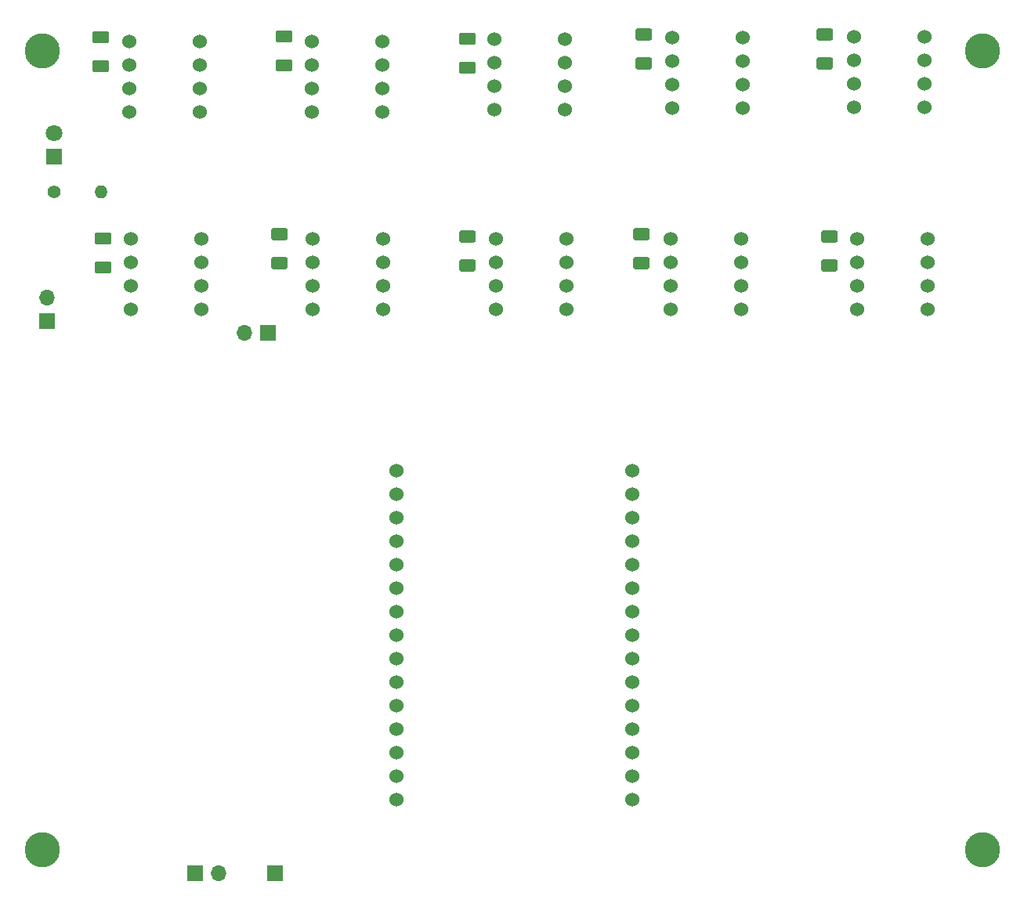
<source format=gbr>
%TF.GenerationSoftware,KiCad,Pcbnew,(5.1.10-1-10_14)*%
%TF.CreationDate,2022-02-04T13:42:09-08:00*%
%TF.ProjectId,Senser_Splitter,53656e73-6572-45f5-9370-6c6974746572,rev?*%
%TF.SameCoordinates,Original*%
%TF.FileFunction,Soldermask,Top*%
%TF.FilePolarity,Negative*%
%FSLAX46Y46*%
G04 Gerber Fmt 4.6, Leading zero omitted, Abs format (unit mm)*
G04 Created by KiCad (PCBNEW (5.1.10-1-10_14)) date 2022-02-04 13:42:09*
%MOMM*%
%LPD*%
G01*
G04 APERTURE LIST*
%ADD10O,1.400000X1.400000*%
%ADD11C,1.400000*%
%ADD12C,1.800000*%
%ADD13R,1.800000X1.800000*%
%ADD14C,3.800000*%
%ADD15C,2.600000*%
%ADD16C,1.524000*%
%ADD17R,1.700000X1.700000*%
%ADD18O,1.700000X1.700000*%
G04 APERTURE END LIST*
D10*
%TO.C,R101*%
X92710000Y-69850000D03*
D11*
X87630000Y-69850000D03*
%TD*%
D12*
%TO.C,D101*%
X87630000Y-63500000D03*
D13*
X87630000Y-66040000D03*
%TD*%
D14*
%TO.C,H104*%
X86360000Y-140970000D03*
D15*
X86360000Y-140970000D03*
%TD*%
D14*
%TO.C,H103*%
X86360000Y-54610000D03*
D15*
X86360000Y-54610000D03*
%TD*%
D14*
%TO.C,H102*%
X187960000Y-140970000D03*
D15*
X187960000Y-140970000D03*
%TD*%
D14*
%TO.C,H101*%
X187960000Y-54610000D03*
D15*
X187960000Y-54610000D03*
%TD*%
D16*
%TO.C,U101*%
X124690000Y-99945000D03*
X124690000Y-102485000D03*
X124690000Y-105025000D03*
X124690000Y-107565000D03*
X124690000Y-110105000D03*
X124690000Y-112645000D03*
X124690000Y-115185000D03*
X124690000Y-117725000D03*
X124690000Y-120265000D03*
X124690000Y-122805000D03*
X124690000Y-125345000D03*
X124690000Y-127885000D03*
X124690000Y-130425000D03*
X124690000Y-132965000D03*
X124690000Y-135505000D03*
X150190000Y-99945000D03*
X150190000Y-102485000D03*
X150190000Y-105025000D03*
X150190000Y-107565000D03*
X150190000Y-110105000D03*
X150190000Y-112645000D03*
X150190000Y-115185000D03*
X150190000Y-117725000D03*
X150190000Y-120265000D03*
X150190000Y-122805000D03*
X150190000Y-125345000D03*
X150190000Y-127885000D03*
X150190000Y-130425000D03*
X150190000Y-132965000D03*
X150190000Y-135505000D03*
%TD*%
%TO.C,J114*%
X174117000Y-60706000D03*
X174117000Y-58166000D03*
X174117000Y-55626000D03*
X174117000Y-53086000D03*
X181737000Y-53086000D03*
X181737000Y-55626000D03*
X181737000Y-58166000D03*
X181737000Y-60706000D03*
%TD*%
%TO.C,J113*%
X95758000Y-61214000D03*
X95758000Y-58674000D03*
X95758000Y-56134000D03*
X95758000Y-53594000D03*
X103378000Y-53594000D03*
X103378000Y-56134000D03*
X103378000Y-58674000D03*
X103378000Y-61214000D03*
%TD*%
%TO.C,J112*%
X174415999Y-82528999D03*
X174415999Y-79988999D03*
X174415999Y-77448999D03*
X174415999Y-74908999D03*
X182035999Y-74908999D03*
X182035999Y-77448999D03*
X182035999Y-79988999D03*
X182035999Y-82528999D03*
%TD*%
%TO.C,J111*%
X115640999Y-82502999D03*
X115640999Y-79962999D03*
X115640999Y-77422999D03*
X115640999Y-74882999D03*
X123260999Y-74882999D03*
X123260999Y-77422999D03*
X123260999Y-79962999D03*
X123260999Y-82502999D03*
%TD*%
D17*
%TO.C,J110*%
X111506000Y-143510000D03*
%TD*%
D16*
%TO.C,J109*%
X154432000Y-60759999D03*
X154432000Y-58219999D03*
X154432000Y-55679999D03*
X154432000Y-53139999D03*
X162052000Y-53139999D03*
X162052000Y-55679999D03*
X162052000Y-58219999D03*
X162052000Y-60759999D03*
%TD*%
%TO.C,J108*%
X115539999Y-61166999D03*
X115539999Y-58626999D03*
X115539999Y-56086999D03*
X115539999Y-53546999D03*
X123159999Y-53546999D03*
X123159999Y-56086999D03*
X123159999Y-58626999D03*
X123159999Y-61166999D03*
%TD*%
D18*
%TO.C,J107*%
X105410000Y-143510000D03*
D17*
X102870000Y-143510000D03*
%TD*%
D16*
%TO.C,J106*%
X154305000Y-82502999D03*
X154305000Y-79962999D03*
X154305000Y-77422999D03*
X154305000Y-74882999D03*
X161925000Y-74882999D03*
X161925000Y-77422999D03*
X161925000Y-79962999D03*
X161925000Y-82502999D03*
%TD*%
%TO.C,J105*%
X135452999Y-82528999D03*
X135452999Y-79988999D03*
X135452999Y-77448999D03*
X135452999Y-74908999D03*
X143072999Y-74908999D03*
X143072999Y-77448999D03*
X143072999Y-79988999D03*
X143072999Y-82528999D03*
%TD*%
D18*
%TO.C,J104*%
X86868000Y-81280000D03*
D17*
X86868000Y-83820000D03*
%TD*%
D18*
%TO.C,J103*%
X108204000Y-85090000D03*
D17*
X110744000Y-85090000D03*
%TD*%
D16*
%TO.C,J102*%
X95981999Y-82528999D03*
X95981999Y-79988999D03*
X95981999Y-77448999D03*
X95981999Y-74908999D03*
X103601999Y-74908999D03*
X103601999Y-77448999D03*
X103601999Y-79988999D03*
X103601999Y-82528999D03*
%TD*%
%TO.C,J101*%
X135255000Y-60938999D03*
X135255000Y-58398999D03*
X135255000Y-55858999D03*
X135255000Y-53318999D03*
X142875000Y-53318999D03*
X142875000Y-55858999D03*
X142875000Y-58398999D03*
X142875000Y-60938999D03*
%TD*%
%TO.C,100nf110*%
G36*
G01*
X93614001Y-75515500D02*
X92313999Y-75515500D01*
G75*
G02*
X92064000Y-75265501I0J249999D01*
G01*
X92064000Y-74440499D01*
G75*
G02*
X92313999Y-74190500I249999J0D01*
G01*
X93614001Y-74190500D01*
G75*
G02*
X93864000Y-74440499I0J-249999D01*
G01*
X93864000Y-75265501D01*
G75*
G02*
X93614001Y-75515500I-249999J0D01*
G01*
G37*
G36*
G01*
X93614001Y-78640500D02*
X92313999Y-78640500D01*
G75*
G02*
X92064000Y-78390501I0J249999D01*
G01*
X92064000Y-77565499D01*
G75*
G02*
X92313999Y-77315500I249999J0D01*
G01*
X93614001Y-77315500D01*
G75*
G02*
X93864000Y-77565499I0J-249999D01*
G01*
X93864000Y-78390501D01*
G75*
G02*
X93614001Y-78640500I-249999J0D01*
G01*
G37*
%TD*%
%TO.C,100nf109*%
G36*
G01*
X171592001Y-53456000D02*
X170291999Y-53456000D01*
G75*
G02*
X170042000Y-53206001I0J249999D01*
G01*
X170042000Y-52380999D01*
G75*
G02*
X170291999Y-52131000I249999J0D01*
G01*
X171592001Y-52131000D01*
G75*
G02*
X171842000Y-52380999I0J-249999D01*
G01*
X171842000Y-53206001D01*
G75*
G02*
X171592001Y-53456000I-249999J0D01*
G01*
G37*
G36*
G01*
X171592001Y-56581000D02*
X170291999Y-56581000D01*
G75*
G02*
X170042000Y-56331001I0J249999D01*
G01*
X170042000Y-55505999D01*
G75*
G02*
X170291999Y-55256000I249999J0D01*
G01*
X171592001Y-55256000D01*
G75*
G02*
X171842000Y-55505999I0J-249999D01*
G01*
X171842000Y-56331001D01*
G75*
G02*
X171592001Y-56581000I-249999J0D01*
G01*
G37*
%TD*%
%TO.C,100nf108*%
G36*
G01*
X112664001Y-75046000D02*
X111363999Y-75046000D01*
G75*
G02*
X111114000Y-74796001I0J249999D01*
G01*
X111114000Y-73970999D01*
G75*
G02*
X111363999Y-73721000I249999J0D01*
G01*
X112664001Y-73721000D01*
G75*
G02*
X112914000Y-73970999I0J-249999D01*
G01*
X112914000Y-74796001D01*
G75*
G02*
X112664001Y-75046000I-249999J0D01*
G01*
G37*
G36*
G01*
X112664001Y-78171000D02*
X111363999Y-78171000D01*
G75*
G02*
X111114000Y-77921001I0J249999D01*
G01*
X111114000Y-77095999D01*
G75*
G02*
X111363999Y-76846000I249999J0D01*
G01*
X112664001Y-76846000D01*
G75*
G02*
X112914000Y-77095999I0J-249999D01*
G01*
X112914000Y-77921001D01*
G75*
G02*
X112664001Y-78171000I-249999J0D01*
G01*
G37*
%TD*%
%TO.C,100nf107*%
G36*
G01*
X172100001Y-75300000D02*
X170799999Y-75300000D01*
G75*
G02*
X170550000Y-75050001I0J249999D01*
G01*
X170550000Y-74224999D01*
G75*
G02*
X170799999Y-73975000I249999J0D01*
G01*
X172100001Y-73975000D01*
G75*
G02*
X172350000Y-74224999I0J-249999D01*
G01*
X172350000Y-75050001D01*
G75*
G02*
X172100001Y-75300000I-249999J0D01*
G01*
G37*
G36*
G01*
X172100001Y-78425000D02*
X170799999Y-78425000D01*
G75*
G02*
X170550000Y-78175001I0J249999D01*
G01*
X170550000Y-77349999D01*
G75*
G02*
X170799999Y-77100000I249999J0D01*
G01*
X172100001Y-77100000D01*
G75*
G02*
X172350000Y-77349999I0J-249999D01*
G01*
X172350000Y-78175001D01*
G75*
G02*
X172100001Y-78425000I-249999J0D01*
G01*
G37*
%TD*%
%TO.C,100nf106*%
G36*
G01*
X93360001Y-53748500D02*
X92059999Y-53748500D01*
G75*
G02*
X91810000Y-53498501I0J249999D01*
G01*
X91810000Y-52673499D01*
G75*
G02*
X92059999Y-52423500I249999J0D01*
G01*
X93360001Y-52423500D01*
G75*
G02*
X93610000Y-52673499I0J-249999D01*
G01*
X93610000Y-53498501D01*
G75*
G02*
X93360001Y-53748500I-249999J0D01*
G01*
G37*
G36*
G01*
X93360001Y-56873500D02*
X92059999Y-56873500D01*
G75*
G02*
X91810000Y-56623501I0J249999D01*
G01*
X91810000Y-55798499D01*
G75*
G02*
X92059999Y-55548500I249999J0D01*
G01*
X93360001Y-55548500D01*
G75*
G02*
X93610000Y-55798499I0J-249999D01*
G01*
X93610000Y-56623501D01*
G75*
G02*
X93360001Y-56873500I-249999J0D01*
G01*
G37*
%TD*%
%TO.C,100nf105*%
G36*
G01*
X132984001Y-53925500D02*
X131683999Y-53925500D01*
G75*
G02*
X131434000Y-53675501I0J249999D01*
G01*
X131434000Y-52850499D01*
G75*
G02*
X131683999Y-52600500I249999J0D01*
G01*
X132984001Y-52600500D01*
G75*
G02*
X133234000Y-52850499I0J-249999D01*
G01*
X133234000Y-53675501D01*
G75*
G02*
X132984001Y-53925500I-249999J0D01*
G01*
G37*
G36*
G01*
X132984001Y-57050500D02*
X131683999Y-57050500D01*
G75*
G02*
X131434000Y-56800501I0J249999D01*
G01*
X131434000Y-55975499D01*
G75*
G02*
X131683999Y-55725500I249999J0D01*
G01*
X132984001Y-55725500D01*
G75*
G02*
X133234000Y-55975499I0J-249999D01*
G01*
X133234000Y-56800501D01*
G75*
G02*
X132984001Y-57050500I-249999J0D01*
G01*
G37*
%TD*%
%TO.C,100nf104*%
G36*
G01*
X151780001Y-75046000D02*
X150479999Y-75046000D01*
G75*
G02*
X150230000Y-74796001I0J249999D01*
G01*
X150230000Y-73970999D01*
G75*
G02*
X150479999Y-73721000I249999J0D01*
G01*
X151780001Y-73721000D01*
G75*
G02*
X152030000Y-73970999I0J-249999D01*
G01*
X152030000Y-74796001D01*
G75*
G02*
X151780001Y-75046000I-249999J0D01*
G01*
G37*
G36*
G01*
X151780001Y-78171000D02*
X150479999Y-78171000D01*
G75*
G02*
X150230000Y-77921001I0J249999D01*
G01*
X150230000Y-77095999D01*
G75*
G02*
X150479999Y-76846000I249999J0D01*
G01*
X151780001Y-76846000D01*
G75*
G02*
X152030000Y-77095999I0J-249999D01*
G01*
X152030000Y-77921001D01*
G75*
G02*
X151780001Y-78171000I-249999J0D01*
G01*
G37*
%TD*%
%TO.C,100nf103*%
G36*
G01*
X113172001Y-53671500D02*
X111871999Y-53671500D01*
G75*
G02*
X111622000Y-53421501I0J249999D01*
G01*
X111622000Y-52596499D01*
G75*
G02*
X111871999Y-52346500I249999J0D01*
G01*
X113172001Y-52346500D01*
G75*
G02*
X113422000Y-52596499I0J-249999D01*
G01*
X113422000Y-53421501D01*
G75*
G02*
X113172001Y-53671500I-249999J0D01*
G01*
G37*
G36*
G01*
X113172001Y-56796500D02*
X111871999Y-56796500D01*
G75*
G02*
X111622000Y-56546501I0J249999D01*
G01*
X111622000Y-55721499D01*
G75*
G02*
X111871999Y-55471500I249999J0D01*
G01*
X113172001Y-55471500D01*
G75*
G02*
X113422000Y-55721499I0J-249999D01*
G01*
X113422000Y-56546501D01*
G75*
G02*
X113172001Y-56796500I-249999J0D01*
G01*
G37*
%TD*%
%TO.C,100nf102*%
G36*
G01*
X152034001Y-53456000D02*
X150733999Y-53456000D01*
G75*
G02*
X150484000Y-53206001I0J249999D01*
G01*
X150484000Y-52380999D01*
G75*
G02*
X150733999Y-52131000I249999J0D01*
G01*
X152034001Y-52131000D01*
G75*
G02*
X152284000Y-52380999I0J-249999D01*
G01*
X152284000Y-53206001D01*
G75*
G02*
X152034001Y-53456000I-249999J0D01*
G01*
G37*
G36*
G01*
X152034001Y-56581000D02*
X150733999Y-56581000D01*
G75*
G02*
X150484000Y-56331001I0J249999D01*
G01*
X150484000Y-55505999D01*
G75*
G02*
X150733999Y-55256000I249999J0D01*
G01*
X152034001Y-55256000D01*
G75*
G02*
X152284000Y-55505999I0J-249999D01*
G01*
X152284000Y-56331001D01*
G75*
G02*
X152034001Y-56581000I-249999J0D01*
G01*
G37*
%TD*%
%TO.C,100nf101*%
G36*
G01*
X132984001Y-75300000D02*
X131683999Y-75300000D01*
G75*
G02*
X131434000Y-75050001I0J249999D01*
G01*
X131434000Y-74224999D01*
G75*
G02*
X131683999Y-73975000I249999J0D01*
G01*
X132984001Y-73975000D01*
G75*
G02*
X133234000Y-74224999I0J-249999D01*
G01*
X133234000Y-75050001D01*
G75*
G02*
X132984001Y-75300000I-249999J0D01*
G01*
G37*
G36*
G01*
X132984001Y-78425000D02*
X131683999Y-78425000D01*
G75*
G02*
X131434000Y-78175001I0J249999D01*
G01*
X131434000Y-77349999D01*
G75*
G02*
X131683999Y-77100000I249999J0D01*
G01*
X132984001Y-77100000D01*
G75*
G02*
X133234000Y-77349999I0J-249999D01*
G01*
X133234000Y-78175001D01*
G75*
G02*
X132984001Y-78425000I-249999J0D01*
G01*
G37*
%TD*%
M02*

</source>
